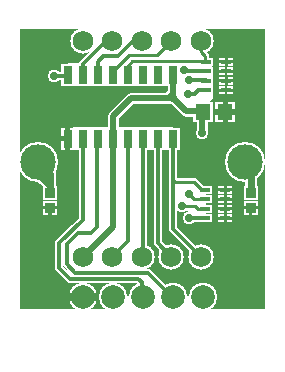
<source format=gbr>
%FSLAX34Y34*%
%MOMM*%
%LNCOPPER_BOTTOM*%
G71*
G01*
%ADD10C, 2.150*%
%ADD11C, 3.400*%
%ADD12R, 1.160X1.900*%
%ADD13R, 1.700X1.800*%
%ADD14R, 1.300X0.800*%
%ADD15C, 1.100*%
%ADD16C, 0.660*%
%ADD17C, 0.700*%
%ADD18C, 0.900*%
%ADD19C, 2.400*%
%ADD20C, 0.600*%
%ADD21C, 0.150*%
%ADD22C, 0.800*%
%ADD23C, 0.200*%
%ADD24R, 1.300X1.300*%
%ADD25C, 1.000*%
%ADD26C, 0.500*%
%ADD27C, 0.464*%
%ADD28C, 0.451*%
%ADD29C, 0.252*%
%ADD30C, 0.248*%
%ADD31C, 0.233*%
%ADD32C, 0.667*%
%ADD33C, 0.300*%
%ADD34C, 1.750*%
%ADD35C, 3.000*%
%ADD36R, 0.760X1.500*%
%ADD37R, 1.300X1.400*%
%ADD38R, 0.900X0.400*%
%ADD39C, 0.700*%
%ADD40C, 0.260*%
%ADD41C, 2.000*%
%ADD42R, 0.900X0.900*%
%LPD*%
G36*
X244Y325D02*
X230244Y325D01*
X230244Y-299675D01*
X244Y-299675D01*
X244Y325D01*
G37*
%LPC*%
X164550Y-209600D02*
G54D10*
D03*
X139550Y-209600D02*
G54D10*
D03*
X114550Y-209600D02*
G54D10*
D03*
X89550Y-209600D02*
G54D10*
D03*
X64550Y-209600D02*
G54D10*
D03*
X64550Y-26600D02*
G54D10*
D03*
X89550Y-26600D02*
G54D10*
D03*
X114550Y-26600D02*
G54D10*
D03*
X139550Y-26600D02*
G54D10*
D03*
X164550Y-26600D02*
G54D10*
D03*
X27050Y-129600D02*
G54D11*
D03*
X202050Y-129600D02*
G54D11*
D03*
X140737Y-109588D02*
G54D12*
D03*
X128037Y-109588D02*
G54D12*
D03*
X115337Y-109588D02*
G54D12*
D03*
X102637Y-109588D02*
G54D12*
D03*
X140737Y-55588D02*
G54D12*
D03*
X128037Y-55588D02*
G54D12*
D03*
X115337Y-55588D02*
G54D12*
D03*
X102638Y-55588D02*
G54D12*
D03*
X89938Y-109588D02*
G54D12*
D03*
X77237Y-109588D02*
G54D12*
D03*
X64537Y-109588D02*
G54D12*
D03*
X89937Y-55588D02*
G54D12*
D03*
X77238Y-55588D02*
G54D12*
D03*
X64538Y-55588D02*
G54D12*
D03*
X51837Y-109588D02*
G54D12*
D03*
X51838Y-55588D02*
G54D12*
D03*
X185147Y-87085D02*
G54D13*
D03*
X166147Y-87085D02*
G54D13*
D03*
X185851Y-44503D02*
G54D14*
D03*
X168851Y-44502D02*
G54D14*
D03*
X185851Y-52502D02*
G54D14*
D03*
X168851Y-52502D02*
G54D14*
D03*
X185851Y-60502D02*
G54D14*
D03*
X168851Y-60502D02*
G54D14*
D03*
X185851Y-68502D02*
G54D14*
D03*
X168851Y-68502D02*
G54D14*
D03*
X153406Y-71488D02*
G54D15*
D03*
X150644Y-51438D02*
G54D15*
D03*
X154781Y-60325D02*
G54D15*
D03*
X140737Y-74956D02*
G54D15*
D03*
X165344Y-105062D02*
G54D15*
D03*
X154612Y-156816D02*
G54D15*
D03*
X148675Y-166738D02*
G54D15*
D03*
X154612Y-177088D02*
G54D15*
D03*
G54D16*
X168383Y-169005D02*
X162055Y-169005D01*
X159787Y-166738D01*
X148675Y-166738D01*
G54D17*
X168383Y-177005D02*
X154612Y-177088D01*
G54D17*
X89550Y-26600D02*
X84319Y-26600D01*
X64538Y-46381D01*
X64538Y-55588D01*
G54D17*
X77238Y-55588D02*
X77238Y-44794D01*
X82000Y-40031D01*
X94700Y-40031D01*
X107400Y-27331D01*
X113819Y-27331D01*
X114550Y-26600D01*
G54D16*
X89937Y-55588D02*
X89937Y-52335D01*
X103432Y-38841D01*
X127309Y-38841D01*
X139550Y-26600D01*
G54D17*
X168851Y-52502D02*
X151915Y-52502D01*
X149850Y-51438D01*
G54D17*
X154406Y-60375D02*
X168724Y-60375D01*
G54D17*
X153406Y-71488D02*
X159288Y-71488D01*
X162169Y-68606D01*
X168747Y-68606D01*
X168851Y-68502D01*
G54D18*
X140737Y-55588D02*
X140737Y-74956D01*
X151850Y-86069D01*
X165163Y-86069D01*
X166147Y-85085D01*
G54D18*
X140737Y-74956D02*
X105020Y-74956D01*
X89938Y-90038D01*
X89938Y-109588D01*
G54D16*
X102638Y-55588D02*
X102638Y-47969D01*
X106606Y-44000D01*
X168349Y-44000D01*
G54D17*
X128037Y-109588D02*
X128037Y-197987D01*
X139550Y-209600D01*
G54D17*
X115337Y-109588D02*
X115337Y-208813D01*
X114550Y-209600D01*
G54D17*
X102637Y-109588D02*
X102637Y-196512D01*
X89550Y-209600D01*
G54D17*
X164550Y-209600D02*
X140737Y-185788D01*
X140737Y-109588D01*
G54D18*
X165344Y-105062D02*
X165344Y-85888D01*
X166147Y-85085D01*
G54D17*
X140494Y-243681D02*
X119856Y-223044D01*
X57944Y-223044D01*
X50800Y-215900D01*
X50800Y-199231D01*
X60325Y-189706D01*
X71438Y-189706D01*
X76994Y-184150D01*
X76994Y-109538D01*
G54D17*
X114544Y-244819D02*
X114544Y-231325D01*
X111369Y-228150D01*
X53425Y-228150D01*
X44694Y-219419D01*
X44694Y-197988D01*
X64538Y-178144D01*
X64537Y-109588D01*
X39931Y-56406D02*
G54D15*
D03*
G54D17*
X39931Y-56406D02*
X51019Y-56406D01*
X51838Y-55588D01*
X166138Y-244025D02*
G54D19*
D03*
X140738Y-244025D02*
G54D19*
D03*
X115338Y-244025D02*
G54D19*
D03*
X89938Y-244025D02*
G54D19*
D03*
X64538Y-244025D02*
G54D19*
D03*
G54D18*
X89938Y-109588D02*
X89938Y-184212D01*
X64550Y-209600D01*
G54D20*
X143669Y-146050D02*
X140494Y-149225D01*
G54D20*
X143669Y-146050D02*
X140494Y-142875D01*
G36*
X89550Y-26600D02*
X84319Y-26600D01*
X64538Y-46381D01*
X52044Y-46381D01*
X50800Y-47625D01*
X50800Y-64294D01*
X140394Y-64294D01*
X151850Y-86069D01*
X163169Y-86069D01*
X173831Y-75406D01*
X173831Y-49482D01*
X168851Y-44502D01*
X132452Y-44502D01*
X114550Y-26600D01*
X89550Y-26600D01*
G37*
G54D21*
X89550Y-26600D02*
X84319Y-26600D01*
X64538Y-46381D01*
X52044Y-46381D01*
X50800Y-47625D01*
X50800Y-64294D01*
X140394Y-64294D01*
X151850Y-86069D01*
X163169Y-86069D01*
X173831Y-75406D01*
X173831Y-49482D01*
X168851Y-44502D01*
X132452Y-44502D01*
X114550Y-26600D01*
X89550Y-26600D01*
G36*
X56356Y-100806D02*
X141288Y-100806D01*
X141288Y-118269D01*
X56356Y-118269D01*
X56356Y-100806D01*
G37*
G54D21*
X56356Y-100806D02*
X141288Y-100806D01*
X141288Y-118269D01*
X56356Y-118269D01*
X56356Y-100806D01*
G36*
X114550Y-209600D02*
X114550Y-222500D01*
X115094Y-223044D01*
X57844Y-223044D01*
X51044Y-216244D01*
X51044Y-191638D01*
X64538Y-178144D01*
X64537Y-109588D01*
X115337Y-109588D01*
X115337Y-208813D01*
X114550Y-209600D01*
G37*
G54D21*
X114550Y-209600D02*
X114550Y-222500D01*
X115094Y-223044D01*
X57844Y-223044D01*
X51044Y-216244D01*
X51044Y-191638D01*
X64538Y-178144D01*
X64537Y-109588D01*
X115337Y-109588D01*
X115337Y-208813D01*
X114550Y-209600D01*
G36*
X168383Y-153005D02*
X168383Y-177908D01*
X169862Y-179388D01*
X162912Y-179388D01*
X148675Y-165150D01*
X140544Y-165150D01*
X140494Y-165100D01*
X140494Y-153511D01*
X141288Y-146050D01*
X158750Y-146050D01*
X168383Y-153005D01*
G37*
G54D21*
X168383Y-153005D02*
X168383Y-177908D01*
X169862Y-179388D01*
X162912Y-179388D01*
X148675Y-165150D01*
X140544Y-165150D01*
X140494Y-165100D01*
X140494Y-153511D01*
X141288Y-146050D01*
X158750Y-146050D01*
X168383Y-153005D01*
G54D22*
X7500Y-12500D02*
X222500Y-12500D01*
X222500Y-257500D01*
X7500Y-257500D01*
X7500Y-12500D01*
G36*
X89938Y-244025D02*
X170000Y-244025D01*
X170000Y-260000D01*
X91050Y-260000D01*
X79938Y-244025D01*
X89938Y-244025D01*
G37*
G54D23*
X89938Y-244025D02*
X170000Y-244025D01*
X170000Y-260000D01*
X91050Y-260000D01*
X79938Y-244025D01*
X89938Y-244025D01*
X185382Y-153006D02*
G54D14*
D03*
X168383Y-153005D02*
G54D14*
D03*
X185382Y-161005D02*
G54D14*
D03*
X168383Y-161005D02*
G54D14*
D03*
X185382Y-169005D02*
G54D14*
D03*
X168383Y-169005D02*
G54D14*
D03*
X185382Y-177005D02*
G54D14*
D03*
X168383Y-177005D02*
G54D14*
D03*
G36*
X110000Y-220000D02*
X110000Y-226781D01*
X114544Y-231325D01*
X114544Y-243231D01*
X115338Y-244025D01*
X140738Y-244025D01*
X140738Y-240850D01*
X121688Y-221800D01*
X110000Y-220000D01*
G37*
G54D23*
X110000Y-220000D02*
X110000Y-226781D01*
X114544Y-231325D01*
X114544Y-243231D01*
X115338Y-244025D01*
X140738Y-244025D01*
X140738Y-240850D01*
X121688Y-221800D01*
X110000Y-220000D01*
G36*
X65000Y-10000D02*
X65000Y-25000D01*
X75000Y-35000D01*
X120000Y-35000D01*
X130000Y-45000D01*
X160000Y-45000D01*
X165000Y-40000D01*
X165000Y-10000D01*
X65000Y-10000D01*
G37*
G54D23*
X65000Y-10000D02*
X65000Y-25000D01*
X75000Y-35000D01*
X120000Y-35000D01*
X130000Y-45000D01*
X160000Y-45000D01*
X165000Y-40000D01*
X165000Y-10000D01*
X65000Y-10000D01*
G54D16*
X141288Y-146050D02*
X158750Y-146050D01*
X165894Y-153194D01*
X168194Y-153194D01*
X168383Y-153005D01*
G54D16*
X154612Y-156816D02*
X154628Y-156816D01*
X158818Y-161005D01*
X168383Y-161005D01*
G54D16*
X140000Y-70000D02*
X135000Y-75000D01*
X36700Y-168050D02*
G54D24*
D03*
X36600Y-155850D02*
G54D24*
D03*
G54D25*
X36600Y-155850D02*
X36600Y-139150D01*
X27050Y-129600D01*
G54D25*
X36600Y-155850D02*
X36600Y-149100D01*
X27500Y-140000D01*
X206700Y-168050D02*
G54D24*
D03*
X206600Y-155850D02*
G54D24*
D03*
G54D25*
X206600Y-155850D02*
X206600Y-134150D01*
X202050Y-129600D01*
G54D16*
X164550Y-26600D02*
X164550Y-35962D01*
X168275Y-39688D01*
X168275Y-43926D01*
X168851Y-44502D01*
G36*
X1588Y-258762D02*
X228600Y-258762D01*
X228600Y-298450D01*
X1588Y-298450D01*
X1588Y-258762D01*
G37*
G54D26*
X1588Y-258762D02*
X228600Y-258762D01*
X228600Y-298450D01*
X1588Y-298450D01*
X1588Y-258762D01*
G36*
X228600Y-298450D02*
X223838Y-298450D01*
X223838Y0D01*
X228600Y0D01*
X228600Y-298450D01*
G37*
G54D26*
X228600Y-298450D02*
X223838Y-298450D01*
X223838Y0D01*
X228600Y0D01*
X228600Y-298450D01*
G36*
X228600Y0D02*
X0Y0D01*
X0Y-11112D01*
X228600Y-11112D01*
X228600Y0D01*
G37*
G54D26*
X228600Y0D02*
X0Y0D01*
X0Y-11112D01*
X228600Y-11112D01*
X228600Y0D01*
G36*
X4762Y0D02*
X0Y0D01*
X0Y-311150D01*
X4762Y-311150D01*
X4762Y0D01*
G37*
G54D26*
X4762Y0D02*
X0Y0D01*
X0Y-311150D01*
X4762Y-311150D01*
X4762Y0D01*
%LPD*%
G54D27*
G36*
X51837Y-111906D02*
X45537Y-111906D01*
X45537Y-107270D01*
X51837Y-107270D01*
X51837Y-111906D01*
G37*
G36*
X49519Y-109588D02*
X49519Y-99588D01*
X54155Y-99588D01*
X54155Y-109588D01*
X49519Y-109588D01*
G37*
G36*
X54155Y-109588D02*
X54155Y-119588D01*
X49519Y-119588D01*
X49519Y-109588D01*
X54155Y-109588D01*
G37*
G54D28*
G36*
X187400Y-87085D02*
X187401Y-96585D01*
X182894Y-96585D01*
X182894Y-87085D01*
X187400Y-87085D01*
G37*
G36*
X185147Y-89338D02*
X176147Y-89339D01*
X176147Y-84832D01*
X185147Y-84832D01*
X185147Y-89338D01*
G37*
G36*
X182894Y-87085D02*
X182893Y-77585D01*
X187400Y-77585D01*
X187400Y-87085D01*
X182894Y-87085D01*
G37*
G36*
X185147Y-84832D02*
X194147Y-84831D01*
X194147Y-89338D01*
X185147Y-89338D01*
X185147Y-84832D01*
G37*
G54D29*
G36*
X185851Y-43243D02*
X192851Y-43243D01*
X192851Y-45763D01*
X185851Y-45763D01*
X185851Y-43243D01*
G37*
G36*
X187111Y-44503D02*
X187111Y-49003D01*
X184591Y-49003D01*
X184591Y-44503D01*
X187111Y-44503D01*
G37*
G36*
X185851Y-45763D02*
X178851Y-45763D01*
X178851Y-43243D01*
X185851Y-43243D01*
X185851Y-45763D01*
G37*
G36*
X184591Y-44503D02*
X184591Y-40003D01*
X187111Y-40003D01*
X187111Y-44503D01*
X184591Y-44503D01*
G37*
G54D30*
G36*
X185851Y-51262D02*
X192851Y-51262D01*
X192851Y-53742D01*
X185851Y-53742D01*
X185851Y-51262D01*
G37*
G36*
X187091Y-52502D02*
X187091Y-57002D01*
X184611Y-57002D01*
X184611Y-52502D01*
X187091Y-52502D01*
G37*
G36*
X185851Y-53742D02*
X178851Y-53742D01*
X178851Y-51262D01*
X185851Y-51262D01*
X185851Y-53742D01*
G37*
G36*
X184611Y-52502D02*
X184611Y-48002D01*
X187091Y-48002D01*
X187091Y-52502D01*
X184611Y-52502D01*
G37*
G54D29*
G36*
X185851Y-59242D02*
X192851Y-59242D01*
X192851Y-61762D01*
X185851Y-61762D01*
X185851Y-59242D01*
G37*
G36*
X187111Y-60502D02*
X187111Y-65002D01*
X184591Y-65002D01*
X184591Y-60502D01*
X187111Y-60502D01*
G37*
G36*
X185851Y-61762D02*
X178851Y-61762D01*
X178851Y-59242D01*
X185851Y-59242D01*
X185851Y-61762D01*
G37*
G36*
X184591Y-60502D02*
X184591Y-56002D01*
X187111Y-56002D01*
X187111Y-60502D01*
X184591Y-60502D01*
G37*
G54D30*
G36*
X185851Y-67262D02*
X192851Y-67262D01*
X192851Y-69742D01*
X185851Y-69742D01*
X185851Y-67262D01*
G37*
G36*
X187091Y-68502D02*
X187091Y-73002D01*
X184611Y-73002D01*
X184611Y-68502D01*
X187091Y-68502D01*
G37*
G36*
X185851Y-69742D02*
X178851Y-69742D01*
X178851Y-67262D01*
X185851Y-67262D01*
X185851Y-69742D01*
G37*
G36*
X184611Y-68502D02*
X184611Y-64002D01*
X187091Y-64002D01*
X187091Y-68502D01*
X184611Y-68502D01*
G37*
G54D31*
G36*
X53667Y-92500D02*
X53667Y-96500D01*
X51333Y-96500D01*
X51333Y-92500D01*
X53667Y-92500D01*
G37*
G36*
X52500Y-93667D02*
X48500Y-93667D01*
X48500Y-91333D01*
X52500Y-91333D01*
X52500Y-93667D01*
G37*
G36*
X51333Y-92500D02*
X51333Y-88500D01*
X53667Y-88500D01*
X53667Y-92500D01*
X51333Y-92500D01*
G37*
G36*
X52500Y-91333D02*
X56500Y-91333D01*
X56500Y-93667D01*
X52500Y-93667D01*
X52500Y-91333D01*
G37*
G54D32*
G36*
X64538Y-240692D02*
X77038Y-240692D01*
X77038Y-247358D01*
X64538Y-247358D01*
X64538Y-240692D01*
G37*
G36*
X64538Y-247358D02*
X52038Y-247358D01*
X52038Y-240692D01*
X64538Y-240692D01*
X64538Y-247358D01*
G37*
G54D29*
G36*
X185383Y-151746D02*
X192383Y-151746D01*
X192382Y-154266D01*
X185382Y-154266D01*
X185383Y-151746D01*
G37*
G36*
X186642Y-153006D02*
X186642Y-157506D01*
X184122Y-157506D01*
X184122Y-153006D01*
X186642Y-153006D01*
G37*
G36*
X185382Y-154266D02*
X178382Y-154266D01*
X178383Y-151746D01*
X185383Y-151746D01*
X185382Y-154266D01*
G37*
G36*
X184122Y-153006D02*
X184123Y-148506D01*
X186643Y-148506D01*
X186642Y-153006D01*
X184122Y-153006D01*
G37*
G54D30*
G36*
X185382Y-159765D02*
X192382Y-159765D01*
X192382Y-162245D01*
X185382Y-162245D01*
X185382Y-159765D01*
G37*
G36*
X186622Y-161005D02*
X186622Y-165505D01*
X184142Y-165505D01*
X184142Y-161005D01*
X186622Y-161005D01*
G37*
G36*
X185382Y-162245D02*
X178382Y-162245D01*
X178382Y-159765D01*
X185382Y-159765D01*
X185382Y-162245D01*
G37*
G36*
X184142Y-161005D02*
X184142Y-156505D01*
X186622Y-156505D01*
X186622Y-161005D01*
X184142Y-161005D01*
G37*
G54D29*
G36*
X185383Y-167745D02*
X192383Y-167745D01*
X192382Y-170265D01*
X185382Y-170265D01*
X185383Y-167745D01*
G37*
G36*
X186642Y-169005D02*
X186642Y-173505D01*
X184122Y-173505D01*
X184122Y-169005D01*
X186642Y-169005D01*
G37*
G36*
X185382Y-170265D02*
X178382Y-170265D01*
X178383Y-167745D01*
X185383Y-167745D01*
X185382Y-170265D01*
G37*
G36*
X184122Y-169005D02*
X184123Y-164505D01*
X186643Y-164505D01*
X186642Y-169005D01*
X184122Y-169005D01*
G37*
G54D30*
G36*
X185382Y-175765D02*
X192382Y-175765D01*
X192382Y-178245D01*
X185382Y-178245D01*
X185382Y-175765D01*
G37*
G36*
X186622Y-177005D02*
X186622Y-181505D01*
X184142Y-181505D01*
X184142Y-177005D01*
X186622Y-177005D01*
G37*
G36*
X185382Y-178245D02*
X178382Y-178245D01*
X178382Y-175765D01*
X185382Y-175765D01*
X185382Y-178245D01*
G37*
G36*
X184142Y-177005D02*
X184142Y-172505D01*
X186622Y-172505D01*
X186622Y-177005D01*
X184142Y-177005D01*
G37*
G54D31*
G36*
X26167Y-100000D02*
X26167Y-104000D01*
X23833Y-104000D01*
X23833Y-100000D01*
X26167Y-100000D01*
G37*
G36*
X25000Y-101167D02*
X21000Y-101167D01*
X21000Y-98833D01*
X25000Y-98833D01*
X25000Y-101167D01*
G37*
G36*
X23833Y-100000D02*
X23833Y-96000D01*
X26167Y-96000D01*
X26167Y-100000D01*
X23833Y-100000D01*
G37*
G36*
X25000Y-98833D02*
X29000Y-98833D01*
X29000Y-101167D01*
X25000Y-101167D01*
X25000Y-98833D01*
G37*
G54D31*
G36*
X26167Y-80000D02*
X26167Y-84000D01*
X23833Y-84000D01*
X23833Y-80000D01*
X26167Y-80000D01*
G37*
G36*
X25000Y-81167D02*
X21000Y-81167D01*
X21000Y-78833D01*
X25000Y-78833D01*
X25000Y-81167D01*
G37*
G36*
X23833Y-80000D02*
X23833Y-76000D01*
X26167Y-76000D01*
X26167Y-80000D01*
X23833Y-80000D01*
G37*
G36*
X25000Y-78833D02*
X29000Y-78833D01*
X29000Y-81167D01*
X25000Y-81167D01*
X25000Y-78833D01*
G37*
G54D31*
G36*
X26167Y-60000D02*
X26167Y-64000D01*
X23833Y-64000D01*
X23833Y-60000D01*
X26167Y-60000D01*
G37*
G36*
X25000Y-61167D02*
X21000Y-61167D01*
X21000Y-58833D01*
X25000Y-58833D01*
X25000Y-61167D01*
G37*
G36*
X23833Y-60000D02*
X23833Y-56000D01*
X26167Y-56000D01*
X26167Y-60000D01*
X23833Y-60000D01*
G37*
G36*
X25000Y-58833D02*
X29000Y-58833D01*
X29000Y-61167D01*
X25000Y-61167D01*
X25000Y-58833D01*
G37*
G54D31*
G36*
X26167Y-40000D02*
X26167Y-44000D01*
X23833Y-44000D01*
X23833Y-40000D01*
X26167Y-40000D01*
G37*
G36*
X25000Y-41167D02*
X21000Y-41167D01*
X21000Y-38833D01*
X25000Y-38833D01*
X25000Y-41167D01*
G37*
G36*
X23833Y-40000D02*
X23833Y-36000D01*
X26167Y-36000D01*
X26167Y-40000D01*
X23833Y-40000D01*
G37*
G36*
X25000Y-38833D02*
X29000Y-38833D01*
X29000Y-41167D01*
X25000Y-41167D01*
X25000Y-38833D01*
G37*
G54D31*
G36*
X26167Y-160000D02*
X26167Y-164000D01*
X23833Y-164000D01*
X23833Y-160000D01*
X26167Y-160000D01*
G37*
G36*
X25000Y-161167D02*
X21000Y-161167D01*
X21000Y-158833D01*
X25000Y-158833D01*
X25000Y-161167D01*
G37*
G36*
X23833Y-160000D02*
X23833Y-156000D01*
X26167Y-156000D01*
X26167Y-160000D01*
X23833Y-160000D01*
G37*
G36*
X25000Y-158833D02*
X29000Y-158833D01*
X29000Y-161167D01*
X25000Y-161167D01*
X25000Y-158833D01*
G37*
G54D31*
G36*
X26167Y-180000D02*
X26167Y-184000D01*
X23833Y-184000D01*
X23833Y-180000D01*
X26167Y-180000D01*
G37*
G36*
X25000Y-181167D02*
X21000Y-181167D01*
X21000Y-178833D01*
X25000Y-178833D01*
X25000Y-181167D01*
G37*
G36*
X23833Y-180000D02*
X23833Y-176000D01*
X26167Y-176000D01*
X26167Y-180000D01*
X23833Y-180000D01*
G37*
G36*
X25000Y-178833D02*
X29000Y-178833D01*
X29000Y-181167D01*
X25000Y-181167D01*
X25000Y-178833D01*
G37*
G54D31*
G36*
X26167Y-200000D02*
X26167Y-204000D01*
X23833Y-204000D01*
X23833Y-200000D01*
X26167Y-200000D01*
G37*
G36*
X25000Y-201167D02*
X21000Y-201167D01*
X21000Y-198833D01*
X25000Y-198833D01*
X25000Y-201167D01*
G37*
G36*
X23833Y-200000D02*
X23833Y-196000D01*
X26167Y-196000D01*
X26167Y-200000D01*
X23833Y-200000D01*
G37*
G36*
X25000Y-198833D02*
X29000Y-198833D01*
X29000Y-201167D01*
X25000Y-201167D01*
X25000Y-198833D01*
G37*
G54D31*
G36*
X26167Y-220000D02*
X26167Y-224000D01*
X23833Y-224000D01*
X23833Y-220000D01*
X26167Y-220000D01*
G37*
G36*
X25000Y-221167D02*
X21000Y-221167D01*
X21000Y-218833D01*
X25000Y-218833D01*
X25000Y-221167D01*
G37*
G36*
X23833Y-220000D02*
X23833Y-216000D01*
X26167Y-216000D01*
X26167Y-220000D01*
X23833Y-220000D01*
G37*
G36*
X25000Y-218833D02*
X29000Y-218833D01*
X29000Y-221167D01*
X25000Y-221167D01*
X25000Y-218833D01*
G37*
G54D31*
G36*
X206167Y-220000D02*
X206167Y-224000D01*
X203833Y-224000D01*
X203833Y-220000D01*
X206167Y-220000D01*
G37*
G36*
X205000Y-221167D02*
X201000Y-221167D01*
X201000Y-218833D01*
X205000Y-218833D01*
X205000Y-221167D01*
G37*
G36*
X203833Y-220000D02*
X203833Y-216000D01*
X206167Y-216000D01*
X206167Y-220000D01*
X203833Y-220000D01*
G37*
G36*
X205000Y-218833D02*
X209000Y-218833D01*
X209000Y-221167D01*
X205000Y-221167D01*
X205000Y-218833D01*
G37*
G54D31*
G36*
X206167Y-40000D02*
X206167Y-44000D01*
X203833Y-44000D01*
X203833Y-40000D01*
X206167Y-40000D01*
G37*
G36*
X205000Y-41167D02*
X201000Y-41167D01*
X201000Y-38833D01*
X205000Y-38833D01*
X205000Y-41167D01*
G37*
G36*
X203833Y-40000D02*
X203833Y-36000D01*
X206167Y-36000D01*
X206167Y-40000D01*
X203833Y-40000D01*
G37*
G36*
X205000Y-38833D02*
X209000Y-38833D01*
X209000Y-41167D01*
X205000Y-41167D01*
X205000Y-38833D01*
G37*
G54D31*
G36*
X206167Y-60000D02*
X206167Y-64000D01*
X203833Y-64000D01*
X203833Y-60000D01*
X206167Y-60000D01*
G37*
G36*
X205000Y-61167D02*
X201000Y-61167D01*
X201000Y-58833D01*
X205000Y-58833D01*
X205000Y-61167D01*
G37*
G36*
X203833Y-60000D02*
X203833Y-56000D01*
X206167Y-56000D01*
X206167Y-60000D01*
X203833Y-60000D01*
G37*
G36*
X205000Y-58833D02*
X209000Y-58833D01*
X209000Y-61167D01*
X205000Y-61167D01*
X205000Y-58833D01*
G37*
G54D31*
G36*
X206167Y-80000D02*
X206167Y-84000D01*
X203833Y-84000D01*
X203833Y-80000D01*
X206167Y-80000D01*
G37*
G36*
X205000Y-81167D02*
X201000Y-81167D01*
X201000Y-78833D01*
X205000Y-78833D01*
X205000Y-81167D01*
G37*
G36*
X203833Y-80000D02*
X203833Y-76000D01*
X206167Y-76000D01*
X206167Y-80000D01*
X203833Y-80000D01*
G37*
G36*
X205000Y-78833D02*
X209000Y-78833D01*
X209000Y-81167D01*
X205000Y-81167D01*
X205000Y-78833D01*
G37*
G54D31*
G36*
X206167Y-100000D02*
X206167Y-104000D01*
X203833Y-104000D01*
X203833Y-100000D01*
X206167Y-100000D01*
G37*
G36*
X205000Y-101167D02*
X201000Y-101167D01*
X201000Y-98833D01*
X205000Y-98833D01*
X205000Y-101167D01*
G37*
G36*
X203833Y-100000D02*
X203833Y-96000D01*
X206167Y-96000D01*
X206167Y-100000D01*
X203833Y-100000D01*
G37*
G36*
X205000Y-98833D02*
X209000Y-98833D01*
X209000Y-101167D01*
X205000Y-101167D01*
X205000Y-98833D01*
G37*
G54D31*
G36*
X51167Y-160000D02*
X51167Y-164000D01*
X48833Y-164000D01*
X48833Y-160000D01*
X51167Y-160000D01*
G37*
G36*
X50000Y-161167D02*
X46000Y-161167D01*
X46000Y-158833D01*
X50000Y-158833D01*
X50000Y-161167D01*
G37*
G36*
X48833Y-160000D02*
X48833Y-156000D01*
X51167Y-156000D01*
X51167Y-160000D01*
X48833Y-160000D01*
G37*
G36*
X50000Y-158833D02*
X54000Y-158833D01*
X54000Y-161167D01*
X50000Y-161167D01*
X50000Y-158833D01*
G37*
G54D31*
G36*
X51167Y-180000D02*
X51167Y-184000D01*
X48833Y-184000D01*
X48833Y-180000D01*
X51167Y-180000D01*
G37*
G36*
X50000Y-181167D02*
X46000Y-181167D01*
X46000Y-178833D01*
X50000Y-178833D01*
X50000Y-181167D01*
G37*
G36*
X48833Y-180000D02*
X48833Y-176000D01*
X51167Y-176000D01*
X51167Y-180000D01*
X48833Y-180000D01*
G37*
G36*
X50000Y-178833D02*
X54000Y-178833D01*
X54000Y-181167D01*
X50000Y-181167D01*
X50000Y-178833D01*
G37*
G54D31*
G36*
X191167Y-205000D02*
X191167Y-209000D01*
X188833Y-209000D01*
X188833Y-205000D01*
X191167Y-205000D01*
G37*
G36*
X190000Y-206167D02*
X186000Y-206167D01*
X186000Y-203833D01*
X190000Y-203833D01*
X190000Y-206167D01*
G37*
G36*
X188833Y-205000D02*
X188833Y-201000D01*
X191167Y-201000D01*
X191167Y-205000D01*
X188833Y-205000D01*
G37*
G36*
X190000Y-203833D02*
X194000Y-203833D01*
X194000Y-206167D01*
X190000Y-206167D01*
X190000Y-203833D01*
G37*
G54D31*
G36*
X111167Y-90000D02*
X111167Y-94000D01*
X108833Y-94000D01*
X108833Y-90000D01*
X111167Y-90000D01*
G37*
G36*
X110000Y-91167D02*
X106000Y-91167D01*
X106000Y-88833D01*
X110000Y-88833D01*
X110000Y-91167D01*
G37*
G36*
X108833Y-90000D02*
X108833Y-86000D01*
X111167Y-86000D01*
X111167Y-90000D01*
X108833Y-90000D01*
G37*
G36*
X110000Y-88833D02*
X114000Y-88833D01*
X114000Y-91167D01*
X110000Y-91167D01*
X110000Y-88833D01*
G37*
G54D31*
G36*
X126167Y-90000D02*
X126167Y-94000D01*
X123833Y-94000D01*
X123833Y-90000D01*
X126167Y-90000D01*
G37*
G36*
X125000Y-91167D02*
X121000Y-91167D01*
X121000Y-88833D01*
X125000Y-88833D01*
X125000Y-91167D01*
G37*
G36*
X123833Y-90000D02*
X123833Y-86000D01*
X126167Y-86000D01*
X126167Y-90000D01*
X123833Y-90000D01*
G37*
G36*
X125000Y-88833D02*
X129000Y-88833D01*
X129000Y-91167D01*
X125000Y-91167D01*
X125000Y-88833D01*
G37*
G54D31*
G36*
X196167Y-230000D02*
X196167Y-234000D01*
X193833Y-234000D01*
X193833Y-230000D01*
X196167Y-230000D01*
G37*
G36*
X195000Y-231167D02*
X191000Y-231167D01*
X191000Y-228833D01*
X195000Y-228833D01*
X195000Y-231167D01*
G37*
G36*
X193833Y-230000D02*
X193833Y-226000D01*
X196167Y-226000D01*
X196167Y-230000D01*
X193833Y-230000D01*
G37*
G36*
X195000Y-228833D02*
X199000Y-228833D01*
X199000Y-231167D01*
X195000Y-231167D01*
X195000Y-228833D01*
G37*
G54D31*
G36*
X161167Y-190000D02*
X161167Y-194000D01*
X158833Y-194000D01*
X158833Y-190000D01*
X161167Y-190000D01*
G37*
G36*
X160000Y-191167D02*
X156000Y-191167D01*
X156000Y-188833D01*
X160000Y-188833D01*
X160000Y-191167D01*
G37*
G36*
X158833Y-190000D02*
X158833Y-186000D01*
X161167Y-186000D01*
X161167Y-190000D01*
X158833Y-190000D01*
G37*
G36*
X160000Y-188833D02*
X164000Y-188833D01*
X164000Y-191167D01*
X160000Y-191167D01*
X160000Y-188833D01*
G37*
G54D31*
G36*
X178667Y-197500D02*
X178667Y-201500D01*
X176333Y-201500D01*
X176333Y-197500D01*
X178667Y-197500D01*
G37*
G36*
X177500Y-198667D02*
X173500Y-198667D01*
X173500Y-196333D01*
X177500Y-196333D01*
X177500Y-198667D01*
G37*
G36*
X176333Y-197500D02*
X176333Y-193500D01*
X178667Y-193500D01*
X178667Y-197500D01*
X176333Y-197500D01*
G37*
G36*
X177500Y-196333D02*
X181500Y-196333D01*
X181500Y-198667D01*
X177500Y-198667D01*
X177500Y-196333D01*
G37*
G54D31*
G36*
X53667Y-72500D02*
X53667Y-76500D01*
X51333Y-76500D01*
X51333Y-72500D01*
X53667Y-72500D01*
G37*
G36*
X52500Y-73667D02*
X48500Y-73667D01*
X48500Y-71333D01*
X52500Y-71333D01*
X52500Y-73667D01*
G37*
G36*
X51333Y-72500D02*
X51333Y-68500D01*
X53667Y-68500D01*
X53667Y-72500D01*
X51333Y-72500D01*
G37*
G36*
X52500Y-71333D02*
X56500Y-71333D01*
X56500Y-73667D01*
X52500Y-73667D01*
X52500Y-71333D01*
G37*
G54D31*
G36*
X73667Y-72500D02*
X73667Y-76500D01*
X71333Y-76500D01*
X71333Y-72500D01*
X73667Y-72500D01*
G37*
G36*
X72500Y-73667D02*
X68500Y-73667D01*
X68500Y-71333D01*
X72500Y-71333D01*
X72500Y-73667D01*
G37*
G36*
X71333Y-72500D02*
X71333Y-68500D01*
X73667Y-68500D01*
X73667Y-72500D01*
X71333Y-72500D01*
G37*
G36*
X72500Y-71333D02*
X76500Y-71333D01*
X76500Y-73667D01*
X72500Y-73667D01*
X72500Y-71333D01*
G37*
G54D31*
G36*
X91167Y-72500D02*
X91167Y-76500D01*
X88833Y-76500D01*
X88833Y-72500D01*
X91167Y-72500D01*
G37*
G36*
X90000Y-73667D02*
X86000Y-73667D01*
X86000Y-71333D01*
X90000Y-71333D01*
X90000Y-73667D01*
G37*
G36*
X88833Y-72500D02*
X88833Y-68500D01*
X91167Y-68500D01*
X91167Y-72500D01*
X88833Y-72500D01*
G37*
G36*
X90000Y-71333D02*
X94000Y-71333D01*
X94000Y-73667D01*
X90000Y-73667D01*
X90000Y-71333D01*
G37*
G54D33*
G36*
X36700Y-169550D02*
X29700Y-169550D01*
X29700Y-166550D01*
X36700Y-166550D01*
X36700Y-169550D01*
G37*
G36*
X36700Y-166550D02*
X43700Y-166550D01*
X43700Y-169550D01*
X36700Y-169550D01*
X36700Y-166550D01*
G37*
G36*
X38200Y-168050D02*
X38200Y-175050D01*
X35200Y-175050D01*
X35200Y-168050D01*
X38200Y-168050D01*
G37*
G54D33*
G36*
X206700Y-169550D02*
X199700Y-169550D01*
X199700Y-166550D01*
X206700Y-166550D01*
X206700Y-169550D01*
G37*
G36*
X206700Y-166550D02*
X213700Y-166550D01*
X213700Y-169550D01*
X206700Y-169550D01*
X206700Y-166550D01*
G37*
G36*
X208200Y-168050D02*
X208200Y-175050D01*
X205200Y-175050D01*
X205200Y-168050D01*
X208200Y-168050D01*
G37*
X164550Y-209600D02*
G54D34*
D03*
X139550Y-209600D02*
G54D34*
D03*
X114550Y-209600D02*
G54D34*
D03*
X89550Y-209600D02*
G54D34*
D03*
X64550Y-209600D02*
G54D34*
D03*
X64550Y-26600D02*
G54D34*
D03*
X89550Y-26600D02*
G54D34*
D03*
X114550Y-26600D02*
G54D34*
D03*
X139550Y-26600D02*
G54D34*
D03*
X164550Y-26600D02*
G54D34*
D03*
X27050Y-129600D02*
G54D35*
D03*
X202050Y-129600D02*
G54D35*
D03*
X140737Y-109588D02*
G54D36*
D03*
X128037Y-109588D02*
G54D36*
D03*
X115337Y-109588D02*
G54D36*
D03*
X102637Y-109588D02*
G54D36*
D03*
X140737Y-55588D02*
G54D36*
D03*
X128037Y-55588D02*
G54D36*
D03*
X115337Y-55588D02*
G54D36*
D03*
X102638Y-55588D02*
G54D36*
D03*
X89938Y-109588D02*
G54D36*
D03*
X77237Y-109588D02*
G54D36*
D03*
X64537Y-109588D02*
G54D36*
D03*
X89937Y-55588D02*
G54D36*
D03*
X77238Y-55588D02*
G54D36*
D03*
X64538Y-55588D02*
G54D36*
D03*
X51837Y-109588D02*
G54D36*
D03*
X51838Y-55588D02*
G54D36*
D03*
X185147Y-87085D02*
G54D37*
D03*
X166147Y-87085D02*
G54D37*
D03*
X185851Y-44503D02*
G54D38*
D03*
X168851Y-44502D02*
G54D38*
D03*
X185851Y-52502D02*
G54D38*
D03*
X168851Y-52502D02*
G54D38*
D03*
X185851Y-60502D02*
G54D38*
D03*
X168851Y-60502D02*
G54D38*
D03*
X185851Y-68502D02*
G54D38*
D03*
X168851Y-68502D02*
G54D38*
D03*
X153406Y-71488D02*
G54D39*
D03*
X150644Y-51438D02*
G54D39*
D03*
X154781Y-60325D02*
G54D39*
D03*
X140737Y-74956D02*
G54D39*
D03*
X165344Y-105062D02*
G54D39*
D03*
X154612Y-156816D02*
G54D39*
D03*
X148675Y-166738D02*
G54D39*
D03*
X154612Y-177088D02*
G54D39*
D03*
G54D40*
X168383Y-169005D02*
X162055Y-169005D01*
X159787Y-166738D01*
X148675Y-166738D01*
G54D33*
X168383Y-177005D02*
X154612Y-177088D01*
G54D33*
X89550Y-26600D02*
X84319Y-26600D01*
X64538Y-46381D01*
X64538Y-55588D01*
G54D33*
X77238Y-55588D02*
X77238Y-44794D01*
X82000Y-40031D01*
X94700Y-40031D01*
X107400Y-27331D01*
X113819Y-27331D01*
X114550Y-26600D01*
G54D40*
X89937Y-55588D02*
X89937Y-52335D01*
X103432Y-38841D01*
X127309Y-38841D01*
X139550Y-26600D01*
X52500Y-92500D02*
G54D39*
D03*
G54D33*
X168851Y-52502D02*
X151915Y-52502D01*
X149850Y-51438D01*
G54D33*
X154406Y-60375D02*
X168724Y-60375D01*
G54D33*
X153406Y-71488D02*
X159288Y-71488D01*
X162169Y-68606D01*
X168747Y-68606D01*
X168851Y-68502D01*
G54D26*
X140737Y-55588D02*
X140737Y-74956D01*
X151850Y-86069D01*
X165163Y-86069D01*
X166147Y-85085D01*
G54D26*
X140737Y-74956D02*
X105020Y-74956D01*
X89938Y-90038D01*
X89938Y-109588D01*
G54D40*
X102638Y-55588D02*
X102638Y-47969D01*
X106606Y-44000D01*
X168349Y-44000D01*
G54D33*
X128037Y-109588D02*
X128037Y-197987D01*
X139550Y-209600D01*
G54D33*
X115337Y-109588D02*
X115337Y-208813D01*
X114550Y-209600D01*
G54D33*
X102637Y-109588D02*
X102637Y-196512D01*
X89550Y-209600D01*
G54D33*
X164550Y-209600D02*
X140737Y-185788D01*
X140737Y-109588D01*
G54D26*
X165344Y-105062D02*
X165344Y-85888D01*
X166147Y-85085D01*
G54D33*
X140494Y-243681D02*
X119856Y-223044D01*
X57944Y-223044D01*
X50800Y-215900D01*
X50800Y-199231D01*
X60325Y-189706D01*
X71438Y-189706D01*
X76994Y-184150D01*
X76994Y-109538D01*
G54D33*
X114544Y-244819D02*
X114544Y-231325D01*
X111369Y-228150D01*
X53425Y-228150D01*
X44694Y-219419D01*
X44694Y-197988D01*
X64538Y-178144D01*
X64537Y-109588D01*
X39931Y-56406D02*
G54D39*
D03*
G54D33*
X39931Y-56406D02*
X51019Y-56406D01*
X51838Y-55588D01*
X166138Y-244025D02*
G54D41*
D03*
X140738Y-244025D02*
G54D41*
D03*
X115338Y-244025D02*
G54D41*
D03*
X89938Y-244025D02*
G54D41*
D03*
X64538Y-244025D02*
G54D41*
D03*
G54D26*
X89938Y-109588D02*
X89938Y-184212D01*
X64550Y-209600D01*
G54D23*
X143669Y-146050D02*
X140494Y-149225D01*
G54D23*
X143669Y-146050D02*
X140494Y-142875D01*
X185382Y-153006D02*
G54D38*
D03*
X168383Y-153005D02*
G54D38*
D03*
X185382Y-161005D02*
G54D38*
D03*
X168383Y-161005D02*
G54D38*
D03*
X185382Y-169005D02*
G54D38*
D03*
X168383Y-169005D02*
G54D38*
D03*
X185382Y-177005D02*
G54D38*
D03*
X168383Y-177005D02*
G54D38*
D03*
X25000Y-100000D02*
G54D39*
D03*
X25000Y-80000D02*
G54D39*
D03*
X25000Y-60000D02*
G54D39*
D03*
X25000Y-40000D02*
G54D39*
D03*
X25000Y-160000D02*
G54D39*
D03*
X25000Y-180000D02*
G54D39*
D03*
X25000Y-200000D02*
G54D39*
D03*
X25000Y-220000D02*
G54D39*
D03*
X205000Y-220000D02*
G54D39*
D03*
X205000Y-40000D02*
G54D39*
D03*
X205000Y-60000D02*
G54D39*
D03*
X205000Y-80000D02*
G54D39*
D03*
X205000Y-100000D02*
G54D39*
D03*
X50000Y-160000D02*
G54D39*
D03*
X50000Y-180000D02*
G54D39*
D03*
X190000Y-205000D02*
G54D39*
D03*
X110000Y-90000D02*
G54D39*
D03*
X125000Y-90000D02*
G54D39*
D03*
G54D40*
X141288Y-146050D02*
X158750Y-146050D01*
X165894Y-153194D01*
X168194Y-153194D01*
X168383Y-153005D01*
G54D40*
X154612Y-156816D02*
X154628Y-156816D01*
X158818Y-161005D01*
X168383Y-161005D01*
X195000Y-230000D02*
G54D39*
D03*
X160000Y-190000D02*
G54D39*
D03*
X177500Y-197500D02*
G54D39*
D03*
X52500Y-72500D02*
G54D39*
D03*
X72500Y-72500D02*
G54D39*
D03*
X90000Y-72500D02*
G54D39*
D03*
G54D40*
X140000Y-70000D02*
X135000Y-75000D01*
X36700Y-168050D02*
G54D42*
D03*
X36600Y-155850D02*
G54D42*
D03*
G54D20*
X36600Y-155850D02*
X36600Y-139150D01*
X27050Y-129600D01*
G54D20*
X36600Y-155850D02*
X36600Y-149100D01*
X27500Y-140000D01*
X206700Y-168050D02*
G54D42*
D03*
X206600Y-155850D02*
G54D42*
D03*
G54D20*
X206600Y-155850D02*
X206600Y-134150D01*
X202050Y-129600D01*
G54D40*
X164550Y-26600D02*
X164550Y-35962D01*
X168275Y-39688D01*
X168275Y-43926D01*
X168851Y-44502D01*
M02*

</source>
